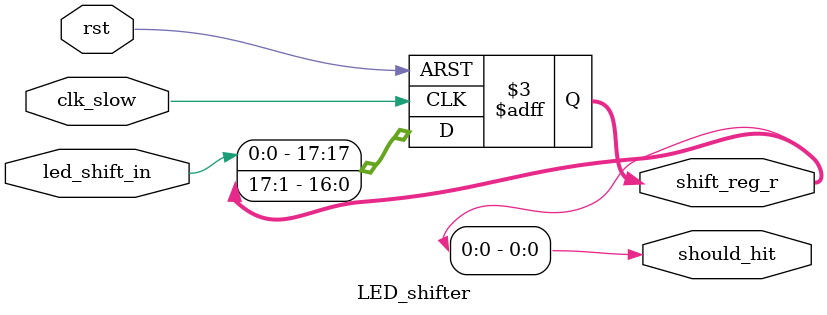
<source format=v>
module LED_shifter(led_shift_in,rst,clk_slow,should_hit,shift_reg_r);
input rst,clk_slow,led_shift_in;


output reg[17:0] shift_reg_r;
output should_hit ;
assign should_hit = shift_reg_r[0];

always@(posedge clk_slow or negedge rst)begin
if(!rst)begin
shift_reg_r <= 'd0;
end else begin
shift_reg_r <= {led_shift_in,shift_reg_r[17:1]};
end
end
endmodule
</source>
